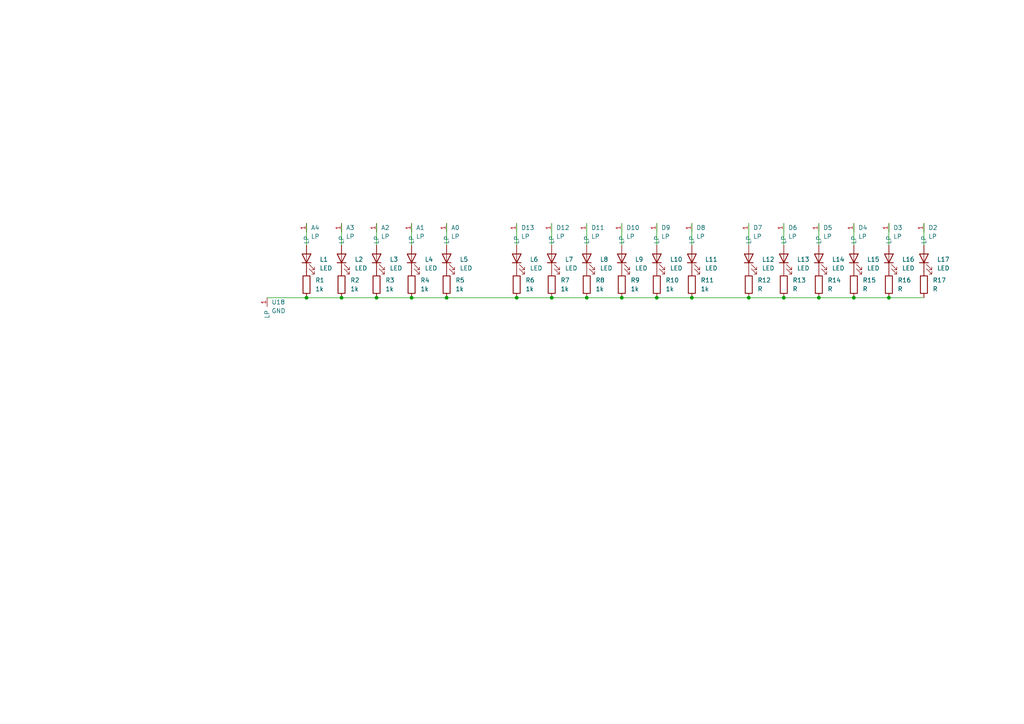
<source format=kicad_sch>
(kicad_sch (version 20230121) (generator eeschema)
  (paper "A4")
  (lib_symbols
    (symbol "!Goody:LED" (pin_numbers hide) (pin_names (offset 1.016) hide)
      (property "Reference" "D" (at 0 2.54 0))
      (property "Value" "LED" (at 2.54 -2.54 90))
      (symbol "LED_0_1"
        (polyline (pts (xy 0 -3.81) (xy 0 -1.27)))
        (polyline (pts (xy 1.27 -3.81) (xy -1.27 -3.81)) (stroke (width 0.254)))
        (polyline (pts (xy 1.27 -1.27) (xy -1.27 -1.27) (xy 0 -3.81) (xy 1.27 -1.27)) (stroke (width 0.254)))
        (polyline (pts (xy 0.762 -5.588) (xy 2.286 -7.112) (xy 2.286 -6.35) (xy 2.286 -7.112) (xy 1.524 -7.112)))
        (polyline (pts (xy 0.762 -4.318) (xy 2.286 -5.842) (xy 2.286 -5.08) (xy 2.286 -5.842) (xy 1.524 -5.842)))
      )
      (symbol "LED_1_1"
        (pin passive line (at 0 -6.35 90) (length 2.54) (name "K") (number "1"))
        (pin passive line (at 0 1.27 270) (length 2.54) (name "A") (number "2"))
      )
    )
    (symbol "!Goody:LP" (pin_names (offset 1.016))
      (property "Reference" "U" (at -6.35 8.89 0))
      (property "Value" "LP" (at -3.81 8.89 0))
      (symbol "LP_1_1"
        (pin passive line (at 0 0 270) (length 2.54) (name "LP") (number "1"))
      )
    )
    (symbol "!Goody:R" (pin_numbers hide) (pin_names (offset 0))
      (property "Reference" "R" (at 2.032 0 90))
      (property "Value" "R" (at 0 0 90))
      (symbol "R_0_1"
        (rectangle (start -1.016 -2.54) (end 1.016 2.54) (stroke (width 0.254)))
      )
      (symbol "R_1_1"
        (pin passive line (at 0 3.81 270) (length 1.27) (name "~") (number "1"))
        (pin passive line (at 0 -3.81 90) (length 1.27) (name "~") (number "2"))
      )
    )
  )
  (junction (at 149.86 86.36))
  (junction (at 99.06 86.36))
  (junction (at 237.49 86.36))
  (junction (at 119.38 86.36))
  (junction (at 170.18 86.36))
  (junction (at 227.33 86.36))
  (junction (at 109.22 86.36))
  (junction (at 257.81 86.36))
  (junction (at 88.9 86.36))
  (junction (at 217.17 86.36))
  (junction (at 160.02 86.36))
  (junction (at 129.54 86.36))
  (junction (at 180.34 86.36))
  (junction (at 190.5 86.36))
  (junction (at 247.65 86.36))
  (junction (at 200.66 86.36))
  (wire (pts (xy 190.5 64.77) (xy 190.5 71.12)))
  (wire (pts (xy 237.49 64.77) (xy 237.49 71.12)))
  (wire (pts (xy 217.17 86.36) (xy 227.33 86.36)))
  (wire (pts (xy 257.81 86.36) (xy 267.97 86.36)))
  (wire (pts (xy 109.22 64.77) (xy 109.22 71.12)))
  (wire (pts (xy 77.47 86.36) (xy 88.9 86.36)))
  (wire (pts (xy 88.9 86.36) (xy 99.06 86.36)))
  (wire (pts (xy 247.65 64.77) (xy 247.65 71.12)))
  (wire (pts (xy 99.06 64.77) (xy 99.06 71.12)))
  (wire (pts (xy 217.17 64.77) (xy 217.17 71.12)))
  (wire (pts (xy 237.49 86.36) (xy 247.65 86.36)))
  (wire (pts (xy 149.86 86.36) (xy 160.02 86.36)))
  (wire (pts (xy 257.81 64.77) (xy 257.81 71.12)))
  (wire (pts (xy 119.38 86.36) (xy 129.54 86.36)))
  (wire (pts (xy 200.66 86.36) (xy 217.17 86.36)))
  (wire (pts (xy 119.38 64.77) (xy 119.38 71.12)))
  (wire (pts (xy 170.18 64.77) (xy 170.18 71.12)))
  (wire (pts (xy 99.06 86.36) (xy 109.22 86.36)))
  (wire (pts (xy 180.34 86.36) (xy 190.5 86.36)))
  (wire (pts (xy 149.86 64.77) (xy 149.86 71.12)))
  (wire (pts (xy 129.54 86.36) (xy 149.86 86.36)))
  (wire (pts (xy 160.02 64.77) (xy 160.02 71.12)))
  (wire (pts (xy 170.18 86.36) (xy 180.34 86.36)))
  (wire (pts (xy 200.66 64.77) (xy 200.66 71.12)))
  (wire (pts (xy 88.9 64.77) (xy 88.9 71.12)))
  (wire (pts (xy 160.02 86.36) (xy 170.18 86.36)))
  (wire (pts (xy 227.33 86.36) (xy 237.49 86.36)))
  (wire (pts (xy 190.5 86.36) (xy 200.66 86.36)))
  (wire (pts (xy 227.33 64.77) (xy 227.33 71.12)))
  (wire (pts (xy 267.97 64.77) (xy 267.97 71.12)))
  (wire (pts (xy 109.22 86.36) (xy 119.38 86.36)))
  (wire (pts (xy 129.54 64.77) (xy 129.54 71.12)))
  (wire (pts (xy 180.34 64.77) (xy 180.34 71.12)))
  (wire (pts (xy 247.65 86.36) (xy 257.81 86.36)))
  (symbol (lib_id "!Goody:LP") (at 170.18 64.77 0) (unit 1)
    (property "Reference" "D11" (at 171.45 66.04 0) (effects (justify left)))
    (property "Value" "LP" (at 171.45 68.58 0) (effects (justify left)))
    (property "Footprint" "!Goody:LP" (effects hide))
  )
  (symbol (lib_id "!Goody:R") (at 190.5 82.55 0) (unit 1)
    (property "Reference" "R10" (at 193.04 81.28 0) (effects (justify left)))
    (property "Value" "1k" (at 193.04 83.82 0) (effects (justify left)))
    (property "Footprint" "Resistor_THT:R_Axial_DIN0411_L9.9mm_D3.6mm_P12.70mm_Horizontal" (effects hide))
  )
  (symbol (lib_id "!Goody:LP") (at 99.06 64.77 0) (unit 1)
    (property "Reference" "A3" (at 100.33 66.04 0) (effects (justify left)))
    (property "Value" "LP" (at 100.33 68.58 0) (effects (justify left)))
    (property "Footprint" "!Goody:LP" (effects hide))
  )
  (symbol (lib_id "!Goody:R") (at 149.86 82.55 0) (unit 1)
    (property "Reference" "R6" (at 152.4 81.28 0) (effects (justify left)))
    (property "Value" "1k" (at 152.4 83.82 0) (effects (justify left)))
    (property "Footprint" "Resistor_THT:R_Axial_DIN0411_L9.9mm_D3.6mm_P12.70mm_Horizontal" (effects hide))
  )
  (symbol (lib_id "!Goody:LED") (at 190.5 72.39 0) (unit 1)
    (property "Reference" "L10" (at 194.31 75.2475 0) (effects (justify left)))
    (property "Value" "LED" (at 194.31 77.7875 0) (effects (justify left)))
    (property "Footprint" "LED_THT:LED_D5.0mm" (effects hide))
  )
  (symbol (lib_id "!Goody:LP") (at 217.17 64.77 0) (unit 1)
    (property "Reference" "D7" (at 218.44 66.04 0) (effects (justify left)))
    (property "Value" "LP" (at 218.44 68.58 0) (effects (justify left)))
    (property "Footprint" "!Goody:LP" (effects hide))
  )
  (symbol (lib_id "!Goody:LED") (at 247.65 72.39 0) (unit 1)
    (property "Reference" "L15" (at 251.46 75.2475 0) (effects (justify left)))
    (property "Value" "LED" (at 251.46 77.7875 0) (effects (justify left)))
    (property "Footprint" "LED_THT:LED_D5.0mm" (effects hide))
  )
  (symbol (lib_id "!Goody:R") (at 170.18 82.55 0) (unit 1)
    (property "Reference" "R8" (at 172.72 81.28 0) (effects (justify left)))
    (property "Value" "1k" (at 172.72 83.82 0) (effects (justify left)))
    (property "Footprint" "Resistor_THT:R_Axial_DIN0411_L9.9mm_D3.6mm_P12.70mm_Horizontal" (effects hide))
  )
  (symbol (lib_id "!Goody:LP") (at 160.02 64.77 0) (unit 1)
    (property "Reference" "D12" (at 161.29 66.04 0) (effects (justify left)))
    (property "Value" "LP" (at 161.29 68.58 0) (effects (justify left)))
    (property "Footprint" "!Goody:LP" (effects hide))
  )
  (symbol (lib_id "!Goody:LED") (at 99.06 72.39 0) (unit 1)
    (property "Reference" "L2" (at 102.87 75.2475 0) (effects (justify left)))
    (property "Value" "LED" (at 102.87 77.7875 0) (effects (justify left)))
    (property "Footprint" "LED_THT:LED_D5.0mm" (effects hide))
  )
  (symbol (lib_id "!Goody:LP") (at 88.9 64.77 0) (unit 1)
    (property "Reference" "A4" (at 90.17 66.04 0) (effects (justify left)))
    (property "Value" "LP" (at 90.17 68.58 0) (effects (justify left)))
    (property "Footprint" "!Goody:LP" (effects hide))
  )
  (symbol (lib_id "!Goody:R") (at 119.38 82.55 0) (unit 1)
    (property "Reference" "R4" (at 121.92 81.28 0) (effects (justify left)))
    (property "Value" "1k" (at 121.92 83.82 0) (effects (justify left)))
    (property "Footprint" "Resistor_THT:R_Axial_DIN0411_L9.9mm_D3.6mm_P12.70mm_Horizontal" (effects hide))
  )
  (symbol (lib_id "!Goody:LP") (at 119.38 64.77 0) (unit 1)
    (property "Reference" "A1" (at 120.65 66.04 0) (effects (justify left)))
    (property "Value" "LP" (at 120.65 68.58 0) (effects (justify left)))
    (property "Footprint" "!Goody:LP" (effects hide))
  )
  (symbol (lib_id "!Goody:R") (at 99.06 82.55 0) (unit 1)
    (property "Reference" "R2" (at 101.6 81.28 0) (effects (justify left)))
    (property "Value" "1k" (at 101.6 83.82 0) (effects (justify left)))
    (property "Footprint" "Resistor_THT:R_Axial_DIN0411_L9.9mm_D3.6mm_P12.70mm_Horizontal" (effects hide))
  )
  (symbol (lib_id "!Goody:R") (at 227.33 82.55 0) (unit 1)
    (property "Reference" "R13" (at 229.87 81.28 0) (effects (justify left)))
    (property "Value" "R" (at 229.87 83.82 0) (effects (justify left)))
    (property "Footprint" "Resistor_THT:R_Axial_DIN0411_L9.9mm_D3.6mm_P12.70mm_Horizontal" (effects hide))
  )
  (symbol (lib_id "!Goody:LP") (at 237.49 64.77 0) (unit 1)
    (property "Reference" "D5" (at 238.76 66.04 0) (effects (justify left)))
    (property "Value" "LP" (at 238.76 68.58 0) (effects (justify left)))
    (property "Footprint" "!Goody:LP" (effects hide))
  )
  (symbol (lib_id "!Goody:R") (at 129.54 82.55 0) (unit 1)
    (property "Reference" "R5" (at 132.08 81.28 0) (effects (justify left)))
    (property "Value" "1k" (at 132.08 83.82 0) (effects (justify left)))
    (property "Footprint" "Resistor_THT:R_Axial_DIN0411_L9.9mm_D3.6mm_P12.70mm_Horizontal" (effects hide))
  )
  (symbol (lib_id "!Goody:LP") (at 200.66 64.77 0) (unit 1)
    (property "Reference" "D8" (at 201.93 66.04 0) (effects (justify left)))
    (property "Value" "LP" (at 201.93 68.58 0) (effects (justify left)))
    (property "Footprint" "!Goody:LP" (effects hide))
  )
  (symbol (lib_id "!Goody:LED") (at 257.81 72.39 0) (unit 1)
    (property "Reference" "L16" (at 261.62 75.2475 0) (effects (justify left)))
    (property "Value" "LED" (at 261.62 77.7875 0) (effects (justify left)))
    (property "Footprint" "LED_THT:LED_D5.0mm" (effects hide))
  )
  (symbol (lib_id "!Goody:R") (at 200.66 82.55 0) (unit 1)
    (property "Reference" "R11" (at 203.2 81.28 0) (effects (justify left)))
    (property "Value" "1k" (at 203.2 83.82 0) (effects (justify left)))
    (property "Footprint" "Resistor_THT:R_Axial_DIN0411_L9.9mm_D3.6mm_P12.70mm_Horizontal" (effects hide))
  )
  (symbol (lib_id "!Goody:LP") (at 267.97 64.77 0) (unit 1)
    (property "Reference" "D2" (at 269.24 66.04 0) (effects (justify left)))
    (property "Value" "LP" (at 269.24 68.58 0) (effects (justify left)))
    (property "Footprint" "!Goody:LP" (effects hide))
  )
  (symbol (lib_id "!Goody:LED") (at 227.33 72.39 0) (unit 1)
    (property "Reference" "L13" (at 231.14 75.2475 0) (effects (justify left)))
    (property "Value" "LED" (at 231.14 77.7875 0) (effects (justify left)))
    (property "Footprint" "LED_THT:LED_D5.0mm" (effects hide))
  )
  (symbol (lib_id "!Goody:R") (at 267.97 82.55 0) (unit 1)
    (property "Reference" "R17" (at 270.51 81.28 0) (effects (justify left)))
    (property "Value" "R" (at 270.51 83.82 0) (effects (justify left)))
    (property "Footprint" "Resistor_THT:R_Axial_DIN0411_L9.9mm_D3.6mm_P12.70mm_Horizontal" (effects hide))
  )
  (symbol (lib_id "!Goody:R") (at 109.22 82.55 0) (unit 1)
    (property "Reference" "R3" (at 111.76 81.28 0) (effects (justify left)))
    (property "Value" "1k" (at 111.76 83.82 0) (effects (justify left)))
    (property "Footprint" "Resistor_THT:R_Axial_DIN0411_L9.9mm_D3.6mm_P12.70mm_Horizontal" (effects hide))
  )
  (symbol (lib_id "!Goody:LED") (at 129.54 72.39 0) (unit 1)
    (property "Reference" "L5" (at 133.35 75.2475 0) (effects (justify left)))
    (property "Value" "LED" (at 133.35 77.7875 0) (effects (justify left)))
    (property "Footprint" "LED_THT:LED_D5.0mm" (effects hide))
  )
  (symbol (lib_id "!Goody:LED") (at 237.49 72.39 0) (unit 1)
    (property "Reference" "L14" (at 241.3 75.2475 0) (effects (justify left)))
    (property "Value" "LED" (at 241.3 77.7875 0) (effects (justify left)))
    (property "Footprint" "LED_THT:LED_D5.0mm" (effects hide))
  )
  (symbol (lib_id "!Goody:R") (at 257.81 82.55 0) (unit 1)
    (property "Reference" "R16" (at 260.35 81.28 0) (effects (justify left)))
    (property "Value" "R" (at 260.35 83.82 0) (effects (justify left)))
    (property "Footprint" "Resistor_THT:R_Axial_DIN0411_L9.9mm_D3.6mm_P12.70mm_Horizontal" (effects hide))
  )
  (symbol (lib_id "!Goody:R") (at 88.9 82.55 0) (unit 1)
    (property "Reference" "R1" (at 91.44 81.28 0) (effects (justify left)))
    (property "Value" "1k" (at 91.44 83.82 0) (effects (justify left)))
    (property "Footprint" "Resistor_THT:R_Axial_DIN0411_L9.9mm_D3.6mm_P12.70mm_Horizontal" (effects hide))
  )
  (symbol (lib_id "!Goody:LP") (at 129.54 64.77 0) (unit 1)
    (property "Reference" "A0" (at 130.81 66.04 0) (effects (justify left)))
    (property "Value" "LP" (at 130.81 68.58 0) (effects (justify left)))
    (property "Footprint" "!Goody:LP" (effects hide))
  )
  (symbol (lib_id "!Goody:LED") (at 109.22 72.39 0) (unit 1)
    (property "Reference" "L3" (at 113.03 75.2475 0) (effects (justify left)))
    (property "Value" "LED" (at 113.03 77.7875 0) (effects (justify left)))
    (property "Footprint" "LED_THT:LED_D5.0mm" (effects hide))
  )
  (symbol (lib_id "!Goody:LP") (at 180.34 64.77 0) (unit 1)
    (property "Reference" "D10" (at 181.61 66.04 0) (effects (justify left)))
    (property "Value" "LP" (at 181.61 68.58 0) (effects (justify left)))
    (property "Footprint" "!Goody:LP" (effects hide))
  )
  (symbol (lib_id "!Goody:LED") (at 119.38 72.39 0) (unit 1)
    (property "Reference" "L4" (at 123.19 75.2475 0) (effects (justify left)))
    (property "Value" "LED" (at 123.19 77.7875 0) (effects (justify left)))
    (property "Footprint" "LED_THT:LED_D5.0mm" (effects hide))
  )
  (symbol (lib_id "!Goody:LED") (at 170.18 72.39 0) (unit 1)
    (property "Reference" "L8" (at 173.99 75.2475 0) (effects (justify left)))
    (property "Value" "LED" (at 173.99 77.7875 0) (effects (justify left)))
    (property "Footprint" "LED_THT:LED_D5.0mm" (effects hide))
  )
  (symbol (lib_id "!Goody:LP") (at 257.81 64.77 0) (unit 1)
    (property "Reference" "D3" (at 259.08 66.04 0) (effects (justify left)))
    (property "Value" "LP" (at 259.08 68.58 0) (effects (justify left)))
    (property "Footprint" "!Goody:LP" (effects hide))
  )
  (symbol (lib_id "!Goody:LED") (at 200.66 72.39 0) (unit 1)
    (property "Reference" "L11" (at 204.47 75.2475 0) (effects (justify left)))
    (property "Value" "LED" (at 204.47 77.7875 0) (effects (justify left)))
    (property "Footprint" "LED_THT:LED_D5.0mm" (effects hide))
  )
  (symbol (lib_id "!Goody:LP") (at 149.86 64.77 0) (unit 1)
    (property "Reference" "D13" (at 151.13 66.04 0) (effects (justify left)))
    (property "Value" "LP" (at 151.13 68.58 0) (effects (justify left)))
    (property "Footprint" "!Goody:LP" (effects hide))
  )
  (symbol (lib_id "!Goody:LP") (at 247.65 64.77 0) (unit 1)
    (property "Reference" "D4" (at 248.92 66.04 0) (effects (justify left)))
    (property "Value" "LP" (at 248.92 68.58 0) (effects (justify left)))
    (property "Footprint" "!Goody:LP" (effects hide))
  )
  (symbol (lib_id "!Goody:LED") (at 217.17 72.39 0) (unit 1)
    (property "Reference" "L12" (at 220.98 75.2475 0) (effects (justify left)))
    (property "Value" "LED" (at 220.98 77.7875 0) (effects (justify left)))
    (property "Footprint" "LED_THT:LED_D5.0mm" (effects hide))
  )
  (symbol (lib_id "!Goody:LED") (at 160.02 72.39 0) (unit 1)
    (property "Reference" "L7" (at 163.83 75.2475 0) (effects (justify left)))
    (property "Value" "LED" (at 163.83 77.7875 0) (effects (justify left)))
    (property "Footprint" "LED_THT:LED_D5.0mm" (effects hide))
  )
  (symbol (lib_id "!Goody:LP") (at 109.22 64.77 0) (unit 1)
    (property "Reference" "A2" (at 110.49 66.04 0) (effects (justify left)))
    (property "Value" "LP" (at 110.49 68.58 0) (effects (justify left)))
    (property "Footprint" "!Goody:LP" (effects hide))
  )
  (symbol (lib_id "!Goody:LP") (at 227.33 64.77 0) (unit 1)
    (property "Reference" "D6" (at 228.6 66.04 0) (effects (justify left)))
    (property "Value" "LP" (at 228.6 68.58 0) (effects (justify left)))
    (property "Footprint" "!Goody:LP_PCB-Fräse" (effects hide))
  )
  (symbol (lib_id "!Goody:R") (at 237.49 82.55 0) (unit 1)
    (property "Reference" "R14" (at 240.03 81.28 0) (effects (justify left)))
    (property "Value" "R" (at 240.03 83.82 0) (effects (justify left)))
    (property "Footprint" "Resistor_THT:R_Axial_DIN0411_L9.9mm_D3.6mm_P12.70mm_Horizontal" (effects hide))
  )
  (symbol (lib_id "!Goody:LP") (at 77.47 86.36 0) (unit 1)
    (property "Reference" "U18" (at 78.74 87.63 0) (effects (justify left)))
    (property "Value" "GND" (at 78.74 90.17 0) (effects (justify left)))
    (property "Footprint" "!Goody:LP" (effects hide))
  )
  (symbol (lib_id "!Goody:R") (at 217.17 82.55 0) (unit 1)
    (property "Reference" "R12" (at 219.71 81.28 0) (effects (justify left)))
    (property "Value" "R" (at 219.71 83.82 0) (effects (justify left)))
    (property "Footprint" "Resistor_THT:R_Axial_DIN0411_L9.9mm_D3.6mm_P12.70mm_Horizontal" (effects hide))
  )
  (symbol (lib_id "!Goody:LED") (at 267.97 72.39 0) (unit 1)
    (property "Reference" "L17" (at 271.78 75.2475 0) (effects (justify left)))
    (property "Value" "LED" (at 271.78 77.7875 0) (effects (justify left)))
    (property "Footprint" "LED_THT:LED_D5.0mm" (effects hide))
  )
  (symbol (lib_id "!Goody:LED") (at 180.34 72.39 0) (unit 1)
    (property "Reference" "L9" (at 184.15 75.2475 0) (effects (justify left)))
    (property "Value" "LED" (at 184.15 77.7875 0) (effects (justify left)))
    (property "Footprint" "LED_THT:LED_D5.0mm" (effects hide))
  )
  (symbol (lib_id "!Goody:R") (at 160.02 82.55 0) (unit 1)
    (property "Reference" "R7" (at 162.56 81.28 0) (effects (justify left)))
    (property "Value" "1k" (at 162.56 83.82 0) (effects (justify left)))
    (property "Footprint" "Resistor_THT:R_Axial_DIN0411_L9.9mm_D3.6mm_P12.70mm_Horizontal" (effects hide))
  )
  (symbol (lib_id "!Goody:LED") (at 149.86 72.39 0) (unit 1)
    (property "Reference" "L6" (at 153.67 75.2475 0) (effects (justify left)))
    (property "Value" "LED" (at 153.67 77.7875 0) (effects (justify left)))
    (property "Footprint" "LED_THT:LED_D5.0mm" (effects hide))
  )
  (symbol (lib_id "!Goody:R") (at 247.65 82.55 0) (unit 1)
    (property "Reference" "R15" (at 250.19 81.28 0) (effects (justify left)))
    (property "Value" "R" (at 250.19 83.82 0) (effects (justify left)))
    (property "Footprint" "Resistor_THT:R_Axial_DIN0411_L9.9mm_D3.6mm_P12.70mm_Horizontal" (effects hide))
  )
  (symbol (lib_id "!Goody:R") (at 180.34 82.55 0) (unit 1)
    (property "Reference" "R9" (at 182.88 81.28 0) (effects (justify left)))
    (property "Value" "1k" (at 182.88 83.82 0) (effects (justify left)))
    (property "Footprint" "Resistor_THT:R_Axial_DIN0411_L9.9mm_D3.6mm_P12.70mm_Horizontal" (effects hide))
  )
  (symbol (lib_id "!Goody:LED") (at 88.9 72.39 0) (unit 1)
    (property "Reference" "L1" (at 92.71 75.2475 0) (effects (justify left)))
    (property "Value" "LED" (at 92.71 77.7875 0) (effects (justify left)))
    (property "Footprint" "LED_THT:LED_D5.0mm" (effects hide))
  )
  (symbol (lib_id "!Goody:LP") (at 190.5 64.77 0) (unit 1)
    (property "Reference" "D9" (at 191.77 66.04 0) (effects (justify left)))
    (property "Value" "LP" (at 191.77 68.58 0) (effects (justify left)))
    (property "Footprint" "!Goody:LP" (effects hide))
  )
)
</source>
